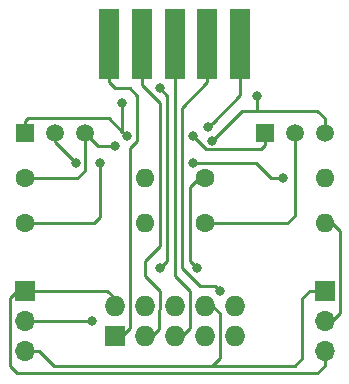
<source format=gtl>
G04 #@! TF.GenerationSoftware,KiCad,Pcbnew,(5.1.5)-3*
G04 #@! TF.CreationDate,2020-12-13T23:28:04+01:00*
G04 #@! TF.ProjectId,A7800 Adapter,41373830-3020-4416-9461-707465722e6b,rev?*
G04 #@! TF.SameCoordinates,Original*
G04 #@! TF.FileFunction,Copper,L1,Top*
G04 #@! TF.FilePolarity,Positive*
%FSLAX46Y46*%
G04 Gerber Fmt 4.6, Leading zero omitted, Abs format (unit mm)*
G04 Created by KiCad (PCBNEW (5.1.5)-3) date 2020-12-13 23:28:04*
%MOMM*%
%LPD*%
G04 APERTURE LIST*
%ADD10R,1.520000X1.520000*%
%ADD11C,1.520000*%
%ADD12R,1.700000X1.700000*%
%ADD13O,1.700000X1.700000*%
%ADD14O,1.727200X1.727200*%
%ADD15R,1.727200X1.727200*%
%ADD16R,1.700000X6.000000*%
%ADD17O,1.600000X1.600000*%
%ADD18C,1.600000*%
%ADD19C,0.800000*%
%ADD20C,0.250000*%
G04 APERTURE END LIST*
D10*
X129540000Y-72390000D03*
D11*
X134620000Y-72390000D03*
X132080000Y-72390000D03*
D12*
X154940000Y-85725000D03*
D13*
X154940000Y-88265000D03*
X154940000Y-90805000D03*
D14*
X147320000Y-86995000D03*
X144780000Y-86995000D03*
X142240000Y-86995000D03*
X139700000Y-86995000D03*
X137160000Y-86995000D03*
X147320000Y-89535000D03*
X144780000Y-89535000D03*
X142240000Y-89535000D03*
X139700000Y-89535000D03*
D15*
X137160000Y-89535000D03*
D13*
X129540000Y-90805000D03*
X129540000Y-88265000D03*
D12*
X129540000Y-85725000D03*
D16*
X147764500Y-64833500D03*
X144994500Y-64833500D03*
X142224500Y-64833500D03*
X139454500Y-64833500D03*
X136684500Y-64833500D03*
D11*
X152400000Y-72390000D03*
X154940000Y-72390000D03*
D10*
X149860000Y-72390000D03*
D17*
X139700000Y-80010000D03*
D18*
X129540000Y-80010000D03*
X144780000Y-80010000D03*
D17*
X154940000Y-80010000D03*
X139700000Y-76200000D03*
D18*
X129540000Y-76200000D03*
X144780000Y-76200000D03*
D17*
X154940000Y-76200000D03*
D19*
X146050000Y-85725000D03*
X140970000Y-68580000D03*
X140970000Y-83820000D03*
X137157081Y-73480373D03*
X145033994Y-71882000D03*
X149225000Y-69215000D03*
X135890000Y-74930000D03*
X145415004Y-73025000D03*
X137795000Y-69850000D03*
X138176000Y-72644000D03*
X143764000Y-72644000D03*
X135255000Y-88265000D03*
X144145000Y-83820000D03*
X151384000Y-76200000D03*
X143764000Y-74930000D03*
X133858000Y-74930000D03*
D20*
X139065000Y-73025000D02*
X139065000Y-69215000D01*
X138430000Y-73660000D02*
X139065000Y-73025000D01*
X137795000Y-89535000D02*
X138430000Y-88900000D01*
X137160000Y-89535000D02*
X137795000Y-89535000D01*
X138430000Y-88900000D02*
X138430000Y-73660000D01*
X139065000Y-69215000D02*
X138430000Y-68580000D01*
X138430000Y-68580000D02*
X137181000Y-68580000D01*
X137181000Y-68580000D02*
X136684500Y-68083500D01*
X136684500Y-68083500D02*
X136684500Y-64833500D01*
X140970000Y-69850000D02*
X139454500Y-68334500D01*
X139700000Y-83185000D02*
X140970000Y-81915000D01*
X140335000Y-89535000D02*
X140888601Y-88981399D01*
X139454500Y-68334500D02*
X139454500Y-64833500D01*
X140970000Y-81915000D02*
X140970000Y-69850000D01*
X140888601Y-88981399D02*
X140970000Y-85725000D01*
X140970000Y-85725000D02*
X139700000Y-84455000D01*
X139700000Y-89535000D02*
X140335000Y-89535000D01*
X139700000Y-84455000D02*
X139700000Y-83185000D01*
X142240000Y-69215000D02*
X142224500Y-69199500D01*
X142875000Y-89535000D02*
X143510000Y-88900000D01*
X143510000Y-85725000D02*
X142240000Y-84455000D01*
X142224500Y-69199500D02*
X142224500Y-64833500D01*
X142240000Y-89535000D02*
X142875000Y-89535000D01*
X143510000Y-88900000D02*
X143510000Y-85725000D01*
X142240000Y-84455000D02*
X142240000Y-69215000D01*
X144994500Y-68083500D02*
X142875000Y-70203000D01*
X142875000Y-83820000D02*
X144380001Y-85325001D01*
X145650001Y-85325001D02*
X146050000Y-85725000D01*
X144994500Y-64833500D02*
X144994500Y-68083500D01*
X142875000Y-70203000D02*
X142875000Y-83820000D01*
X144380001Y-85325001D02*
X145650001Y-85325001D01*
X128905000Y-85725000D02*
X128270000Y-86360000D01*
X129540000Y-85725000D02*
X128905000Y-85725000D01*
X128270000Y-86360000D02*
X128270000Y-92075000D01*
X128270000Y-92075000D02*
X128905000Y-92710000D01*
X128905000Y-92710000D02*
X154305000Y-92710000D01*
X154305000Y-92710000D02*
X154940000Y-92075000D01*
X154940000Y-92075000D02*
X154940000Y-90805000D01*
X137160000Y-86360000D02*
X137160000Y-86995000D01*
X129540000Y-85725000D02*
X136525000Y-85725000D01*
X136525000Y-85725000D02*
X137160000Y-86360000D01*
X132012081Y-92075000D02*
X142240000Y-92075000D01*
X129540000Y-90805000D02*
X130742081Y-90805000D01*
X130742081Y-90805000D02*
X132012081Y-92075000D01*
X142240000Y-92075000D02*
X142875000Y-92075000D01*
X153670000Y-85725000D02*
X153035000Y-86360000D01*
X154940000Y-85725000D02*
X153670000Y-85725000D01*
X153035000Y-86360000D02*
X153035000Y-91440000D01*
X153035000Y-91440000D02*
X152400000Y-92075000D01*
X152400000Y-92075000D02*
X147320000Y-92075000D01*
X147320000Y-92075000D02*
X145415000Y-92075000D01*
X145415000Y-92075000D02*
X142875000Y-92075000D01*
X146050000Y-87630000D02*
X146050000Y-91440000D01*
X146050000Y-91440000D02*
X145415000Y-92075000D01*
X144780000Y-86995000D02*
X145415000Y-86995000D01*
X145415000Y-86995000D02*
X146050000Y-87630000D01*
X141605000Y-69215000D02*
X140970000Y-68580000D01*
X141605000Y-83185000D02*
X141605000Y-69215000D01*
X140970000Y-83820000D02*
X141605000Y-83185000D01*
X130671370Y-76200000D02*
X129540000Y-76200000D01*
X133985000Y-76200000D02*
X130671370Y-76200000D01*
X134620000Y-75565000D02*
X133985000Y-76200000D01*
X134620000Y-72390000D02*
X134620000Y-73660000D01*
X134620000Y-73660000D02*
X134620000Y-75565000D01*
X135710373Y-73480373D02*
X134620000Y-72390000D01*
X137157081Y-73480373D02*
X135710373Y-73480373D01*
X145433993Y-71482001D02*
X145033994Y-71882000D01*
X147764500Y-64833500D02*
X147764500Y-69151494D01*
X147764500Y-69151494D02*
X145433993Y-71482001D01*
X150495000Y-70485000D02*
X154305000Y-70485000D01*
X154305000Y-70485000D02*
X154940000Y-71120000D01*
X154940000Y-71120000D02*
X154940000Y-72390000D01*
X135382000Y-80010000D02*
X129540000Y-80010000D01*
X135890000Y-74930000D02*
X135890000Y-79502000D01*
X135890000Y-79502000D02*
X135382000Y-80010000D01*
X145415004Y-73024994D02*
X145415004Y-73025000D01*
X147955000Y-70485000D02*
X145415004Y-73024994D01*
X149225000Y-69215000D02*
X149225000Y-70485000D01*
X150495000Y-70485000D02*
X149225000Y-70485000D01*
X149225000Y-70485000D02*
X147955000Y-70485000D01*
X129540000Y-71380000D02*
X129800000Y-71120000D01*
X137776001Y-72244001D02*
X138176000Y-72644000D01*
X137795000Y-72263000D02*
X138176000Y-72644000D01*
X136652000Y-71120000D02*
X137776001Y-72244001D01*
X129800000Y-71120000D02*
X136652000Y-71120000D01*
X137795000Y-69850000D02*
X137795000Y-72263000D01*
X129540000Y-72390000D02*
X129540000Y-71380000D01*
X143764000Y-72644000D02*
X144870046Y-73750046D01*
X144870046Y-73750046D02*
X149509954Y-73750046D01*
X149509954Y-73750046D02*
X149860000Y-73400000D01*
X149860000Y-73400000D02*
X149860000Y-72390000D01*
X129540000Y-88265000D02*
X135255000Y-88265000D01*
X144283630Y-76200000D02*
X144780000Y-76200000D01*
X143510000Y-76973630D02*
X144283630Y-76200000D01*
X144145000Y-83820000D02*
X143510000Y-83185000D01*
X143510000Y-83185000D02*
X143510000Y-76973630D01*
X156210000Y-80645000D02*
X155575000Y-80010000D01*
X156210000Y-87630000D02*
X156210000Y-80645000D01*
X155575000Y-80010000D02*
X154940000Y-80010000D01*
X154940000Y-88265000D02*
X155575000Y-88265000D01*
X155575000Y-88265000D02*
X156210000Y-87630000D01*
X149225000Y-80010000D02*
X144780000Y-80010000D01*
X151765000Y-80010000D02*
X149225000Y-80010000D01*
X152400000Y-72390000D02*
X152400000Y-79375000D01*
X152400000Y-79375000D02*
X151765000Y-80010000D01*
X151384000Y-76200000D02*
X150368000Y-76200000D01*
X149098000Y-74930000D02*
X143764000Y-74930000D01*
X150368000Y-76200000D02*
X149098000Y-74930000D01*
X132080000Y-73152000D02*
X132080000Y-72390000D01*
X133858000Y-74930000D02*
X132080000Y-73152000D01*
M02*

</source>
